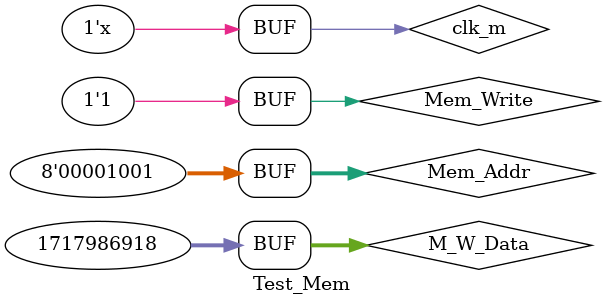
<source format=v>
`timescale 1ns / 1ps
module Test_Mem();
    reg [7:0]Mem_Addr;//¶Á³öºÍÐ´ÈëµÄµØÖ·
    reg [31:0]M_W_Data;//Ð´ÈëµÄÊý¾Ý
    reg clk_m, Mem_Write;//Ê±ÖÓºÍ£¬Ð´¿ØÖÆÐÅºÅ(¸ßµçÆ½ÓÐÐ§)£¬ÔÚÊ±ÖÓÉÏÉýÑØÊ±Ð´Èë£¬¶ÁÒ²ÊÇÉÏÉýÑØ
    wire [31:0]M_R_Data;//¶Á³öµÄÊý¾Ý£¬Êä³ö
    initial clk_m=0;
    always #25 clk_m=~clk_m;  //Ã¿25ns£¬Ê±ÖÓ·­×ªÒ»´Î
    initial//Êý¾Ý³õÊ¼»¯
        begin
        Mem_Addr=8'h00;Mem_Write=1'b0;
        Mem_Addr=8'h01;#50;
        Mem_Addr=8'h02;#50;
        Mem_Addr=8'h03;#50;
        Mem_Addr=8'h04;#50;
        Mem_Addr=8'h05;#50;
        Mem_Addr=8'h06;#50;
        Mem_Addr=8'h07;#50;
        Mem_Addr=8'h08;#50;
        Mem_Addr=8'h09;#50;
        Mem_Write=1'b1;M_W_Data=32'h66666666;#50;
        end
       
    blk_mem_gen_0  Test_RAM_B(
        .clka(clk_m),//Ê±ÖÓÐÅºÅ¶Ë¿Ú
        .wea(Mem_Write),//Ð´¿ØÖÆÐÅºÅ¶Ë¿Ú
        .addra(Mem_Addr),//¶ÁÐ´µØÖ·¶Ë¿Ú
        .dina(M_W_Data),//Ð´µÄÊý¾Ý¶Ë¿Ú
        .douta(M_R_Data)//¶ÁµÄÊý¾Ý¶Ë¿Ú
    );
endmodule
</source>
